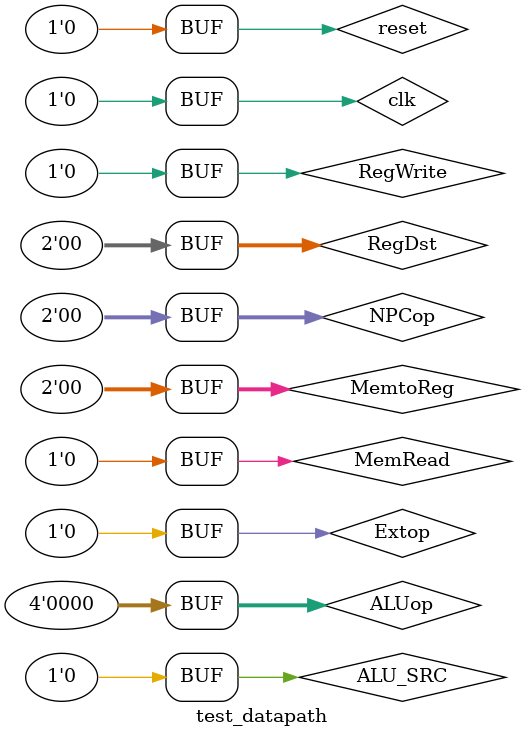
<source format=v>
`timescale 1ns / 1ps


module test_datapath;

	// Inputs
	reg clk;
	reg reset;
	reg [1:0] MemtoReg;
	reg MemRead;
	reg ALU_SRC;
	reg [3:0] ALUop;
	reg [1:0] RegDst;
	reg [1:0] NPCop;
	reg RegWrite;
	reg Extop;

	// Outputs
	wire [5:0] Instruction_class;
	wire [5:0] func;
	wire ZERO;

	// Instantiate the Unit Under Test (UUT)
	datapath uut (
		.clk(clk), 
		.reset(reset), 
		.MemtoReg(MemtoReg), 
		.MemRead(MemRead), 
		.ALU_SRC(ALU_SRC), 
		.ALUop(ALUop), 
		.RegDst(RegDst), 
		.NPCop(NPCop), 
		.RegWrite(RegWrite), 
		.Extop(Extop), 
		.Instruction_class(Instruction_class), 
		.func(func), 
		.ZERO(ZERO)
	);

	initial begin
		// Initialize Inputs
		clk = 0;
		reset = 0;
		MemtoReg = 0;
		MemRead = 0;
		ALU_SRC = 0;
		ALUop = 0;
		RegDst = 0;
		NPCop = 0;
		RegWrite = 0;
		Extop = 0;

		// Wait 100 ns for global reset to finish
		#100;
        
		// Add stimulus here

	end
      
endmodule


</source>
